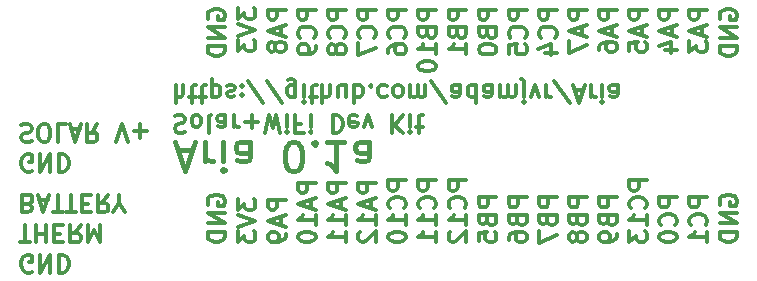
<source format=gbo>
G04 #@! TF.FileFunction,Legend,Bot*
%FSLAX46Y46*%
G04 Gerber Fmt 4.6, Leading zero omitted, Abs format (unit mm)*
G04 Created by KiCad (PCBNEW (2016-09-14 revision 83ed3c9)-makepkg) date 10/14/16 01:05:57*
%MOMM*%
%LPD*%
G01*
G04 APERTURE LIST*
%ADD10C,0.100000*%
%ADD11C,0.300000*%
%ADD12C,0.450000*%
G04 APERTURE END LIST*
D10*
D11*
X162354405Y-84246810D02*
X162568691Y-84175381D01*
X162925833Y-84175381D01*
X163068691Y-84246810D01*
X163140119Y-84318238D01*
X163211548Y-84461095D01*
X163211548Y-84603953D01*
X163140119Y-84746810D01*
X163068691Y-84818238D01*
X162925833Y-84889667D01*
X162640119Y-84961095D01*
X162497262Y-85032524D01*
X162425833Y-85103953D01*
X162354405Y-85246810D01*
X162354405Y-85389667D01*
X162425833Y-85532524D01*
X162497262Y-85603953D01*
X162640119Y-85675381D01*
X162997262Y-85675381D01*
X163211548Y-85603953D01*
X164068691Y-84175381D02*
X163925833Y-84246810D01*
X163854405Y-84318238D01*
X163782976Y-84461095D01*
X163782976Y-84889667D01*
X163854405Y-85032524D01*
X163925833Y-85103953D01*
X164068691Y-85175381D01*
X164282976Y-85175381D01*
X164425833Y-85103953D01*
X164497262Y-85032524D01*
X164568691Y-84889667D01*
X164568691Y-84461095D01*
X164497262Y-84318238D01*
X164425833Y-84246810D01*
X164282976Y-84175381D01*
X164068691Y-84175381D01*
X165425833Y-84175381D02*
X165282976Y-84246810D01*
X165211548Y-84389667D01*
X165211548Y-85675381D01*
X166640119Y-84175381D02*
X166640119Y-84961095D01*
X166568691Y-85103953D01*
X166425833Y-85175381D01*
X166140119Y-85175381D01*
X165997262Y-85103953D01*
X166640119Y-84246810D02*
X166497262Y-84175381D01*
X166140119Y-84175381D01*
X165997262Y-84246810D01*
X165925833Y-84389667D01*
X165925833Y-84532524D01*
X165997262Y-84675381D01*
X166140119Y-84746810D01*
X166497262Y-84746810D01*
X166640119Y-84818238D01*
X167354405Y-84175381D02*
X167354405Y-85175381D01*
X167354405Y-84889667D02*
X167425833Y-85032524D01*
X167497262Y-85103953D01*
X167640119Y-85175381D01*
X167782976Y-85175381D01*
X168282976Y-84746810D02*
X169425833Y-84746810D01*
X168854405Y-84175381D02*
X168854405Y-85318238D01*
X169997262Y-85675381D02*
X170354405Y-84175381D01*
X170640119Y-85246810D01*
X170925833Y-84175381D01*
X171282976Y-85675381D01*
X171854405Y-84175381D02*
X171854405Y-85175381D01*
X171854405Y-85675381D02*
X171782976Y-85603953D01*
X171854405Y-85532524D01*
X171925833Y-85603953D01*
X171854405Y-85675381D01*
X171854405Y-85532524D01*
X173068691Y-84961095D02*
X172568691Y-84961095D01*
X172568691Y-84175381D02*
X172568691Y-85675381D01*
X173282976Y-85675381D01*
X173854405Y-84175381D02*
X173854405Y-85175381D01*
X173854405Y-85675381D02*
X173782976Y-85603953D01*
X173854405Y-85532524D01*
X173925833Y-85603953D01*
X173854405Y-85675381D01*
X173854405Y-85532524D01*
X175711548Y-84175381D02*
X175711548Y-85675381D01*
X176068691Y-85675381D01*
X176282976Y-85603953D01*
X176425833Y-85461095D01*
X176497262Y-85318238D01*
X176568691Y-85032524D01*
X176568691Y-84818238D01*
X176497262Y-84532524D01*
X176425833Y-84389667D01*
X176282976Y-84246810D01*
X176068691Y-84175381D01*
X175711548Y-84175381D01*
X177782976Y-84246810D02*
X177640119Y-84175381D01*
X177354405Y-84175381D01*
X177211548Y-84246810D01*
X177140119Y-84389667D01*
X177140119Y-84961095D01*
X177211548Y-85103953D01*
X177354405Y-85175381D01*
X177640119Y-85175381D01*
X177782976Y-85103953D01*
X177854405Y-84961095D01*
X177854405Y-84818238D01*
X177140119Y-84675381D01*
X178354405Y-85175381D02*
X178711548Y-84175381D01*
X179068691Y-85175381D01*
X180782976Y-84175381D02*
X180782976Y-85675381D01*
X181640119Y-84175381D02*
X180997262Y-85032524D01*
X181640119Y-85675381D02*
X180782976Y-84818238D01*
X182282976Y-84175381D02*
X182282976Y-85175381D01*
X182282976Y-85675381D02*
X182211548Y-85603953D01*
X182282976Y-85532524D01*
X182354405Y-85603953D01*
X182282976Y-85675381D01*
X182282976Y-85532524D01*
X182782976Y-85175381D02*
X183354405Y-85175381D01*
X182997262Y-85675381D02*
X182997262Y-84389667D01*
X183068691Y-84246810D01*
X183211548Y-84175381D01*
X183354405Y-84175381D01*
X162425833Y-81625381D02*
X162425833Y-83125381D01*
X163068691Y-81625381D02*
X163068691Y-82411095D01*
X162997262Y-82553953D01*
X162854405Y-82625381D01*
X162640119Y-82625381D01*
X162497262Y-82553953D01*
X162425833Y-82482524D01*
X163568691Y-82625381D02*
X164140119Y-82625381D01*
X163782976Y-83125381D02*
X163782976Y-81839667D01*
X163854405Y-81696810D01*
X163997262Y-81625381D01*
X164140119Y-81625381D01*
X164425833Y-82625381D02*
X164997262Y-82625381D01*
X164640119Y-83125381D02*
X164640119Y-81839667D01*
X164711548Y-81696810D01*
X164854405Y-81625381D01*
X164997262Y-81625381D01*
X165497262Y-82625381D02*
X165497262Y-81125381D01*
X165497262Y-82553953D02*
X165640119Y-82625381D01*
X165925833Y-82625381D01*
X166068691Y-82553953D01*
X166140119Y-82482524D01*
X166211548Y-82339667D01*
X166211548Y-81911095D01*
X166140119Y-81768238D01*
X166068691Y-81696810D01*
X165925833Y-81625381D01*
X165640119Y-81625381D01*
X165497262Y-81696810D01*
X166782976Y-81696810D02*
X166925833Y-81625381D01*
X167211548Y-81625381D01*
X167354405Y-81696810D01*
X167425833Y-81839667D01*
X167425833Y-81911095D01*
X167354405Y-82053953D01*
X167211548Y-82125381D01*
X166997262Y-82125381D01*
X166854405Y-82196810D01*
X166782976Y-82339667D01*
X166782976Y-82411095D01*
X166854405Y-82553953D01*
X166997262Y-82625381D01*
X167211548Y-82625381D01*
X167354405Y-82553953D01*
X168068691Y-81768238D02*
X168140119Y-81696810D01*
X168068691Y-81625381D01*
X167997262Y-81696810D01*
X168068691Y-81768238D01*
X168068691Y-81625381D01*
X168068691Y-82553953D02*
X168140119Y-82482524D01*
X168068691Y-82411095D01*
X167997262Y-82482524D01*
X168068691Y-82553953D01*
X168068691Y-82411095D01*
X169854405Y-83196810D02*
X168568691Y-81268238D01*
X171425833Y-83196810D02*
X170140119Y-81268238D01*
X172568691Y-82625381D02*
X172568691Y-81411095D01*
X172497262Y-81268238D01*
X172425833Y-81196810D01*
X172282976Y-81125381D01*
X172068691Y-81125381D01*
X171925833Y-81196810D01*
X172568691Y-81696810D02*
X172425833Y-81625381D01*
X172140119Y-81625381D01*
X171997262Y-81696810D01*
X171925833Y-81768238D01*
X171854405Y-81911095D01*
X171854405Y-82339667D01*
X171925833Y-82482524D01*
X171997262Y-82553953D01*
X172140119Y-82625381D01*
X172425833Y-82625381D01*
X172568691Y-82553953D01*
X173282976Y-81625381D02*
X173282976Y-82625381D01*
X173282976Y-83125381D02*
X173211548Y-83053953D01*
X173282976Y-82982524D01*
X173354405Y-83053953D01*
X173282976Y-83125381D01*
X173282976Y-82982524D01*
X173782976Y-82625381D02*
X174354405Y-82625381D01*
X173997262Y-83125381D02*
X173997262Y-81839667D01*
X174068691Y-81696810D01*
X174211548Y-81625381D01*
X174354405Y-81625381D01*
X174854405Y-81625381D02*
X174854405Y-83125381D01*
X175497262Y-81625381D02*
X175497262Y-82411095D01*
X175425833Y-82553953D01*
X175282976Y-82625381D01*
X175068691Y-82625381D01*
X174925833Y-82553953D01*
X174854405Y-82482524D01*
X176854405Y-82625381D02*
X176854405Y-81625381D01*
X176211548Y-82625381D02*
X176211548Y-81839667D01*
X176282976Y-81696810D01*
X176425833Y-81625381D01*
X176640119Y-81625381D01*
X176782976Y-81696810D01*
X176854405Y-81768238D01*
X177568691Y-81625381D02*
X177568691Y-83125381D01*
X177568691Y-82553953D02*
X177711548Y-82625381D01*
X177997262Y-82625381D01*
X178140119Y-82553953D01*
X178211548Y-82482524D01*
X178282976Y-82339667D01*
X178282976Y-81911095D01*
X178211548Y-81768238D01*
X178140119Y-81696810D01*
X177997262Y-81625381D01*
X177711548Y-81625381D01*
X177568691Y-81696810D01*
X178925833Y-81768238D02*
X178997262Y-81696810D01*
X178925833Y-81625381D01*
X178854405Y-81696810D01*
X178925833Y-81768238D01*
X178925833Y-81625381D01*
X180282976Y-81696810D02*
X180140119Y-81625381D01*
X179854405Y-81625381D01*
X179711548Y-81696810D01*
X179640119Y-81768238D01*
X179568691Y-81911095D01*
X179568691Y-82339667D01*
X179640119Y-82482524D01*
X179711548Y-82553953D01*
X179854405Y-82625381D01*
X180140119Y-82625381D01*
X180282976Y-82553953D01*
X181140119Y-81625381D02*
X180997262Y-81696810D01*
X180925833Y-81768238D01*
X180854405Y-81911095D01*
X180854405Y-82339667D01*
X180925833Y-82482524D01*
X180997262Y-82553953D01*
X181140119Y-82625381D01*
X181354405Y-82625381D01*
X181497262Y-82553953D01*
X181568691Y-82482524D01*
X181640119Y-82339667D01*
X181640119Y-81911095D01*
X181568691Y-81768238D01*
X181497262Y-81696810D01*
X181354405Y-81625381D01*
X181140119Y-81625381D01*
X182282976Y-81625381D02*
X182282976Y-82625381D01*
X182282976Y-82482524D02*
X182354405Y-82553953D01*
X182497262Y-82625381D01*
X182711548Y-82625381D01*
X182854405Y-82553953D01*
X182925833Y-82411095D01*
X182925833Y-81625381D01*
X182925833Y-82411095D02*
X182997262Y-82553953D01*
X183140119Y-82625381D01*
X183354405Y-82625381D01*
X183497262Y-82553953D01*
X183568691Y-82411095D01*
X183568691Y-81625381D01*
X185354405Y-83196810D02*
X184068691Y-81268238D01*
X186497262Y-81625381D02*
X186497262Y-82411095D01*
X186425833Y-82553953D01*
X186282976Y-82625381D01*
X185997262Y-82625381D01*
X185854405Y-82553953D01*
X186497262Y-81696810D02*
X186354405Y-81625381D01*
X185997262Y-81625381D01*
X185854405Y-81696810D01*
X185782976Y-81839667D01*
X185782976Y-81982524D01*
X185854405Y-82125381D01*
X185997262Y-82196810D01*
X186354405Y-82196810D01*
X186497262Y-82268238D01*
X187854405Y-81625381D02*
X187854405Y-83125381D01*
X187854405Y-81696810D02*
X187711548Y-81625381D01*
X187425833Y-81625381D01*
X187282976Y-81696810D01*
X187211548Y-81768238D01*
X187140119Y-81911095D01*
X187140119Y-82339667D01*
X187211548Y-82482524D01*
X187282976Y-82553953D01*
X187425833Y-82625381D01*
X187711548Y-82625381D01*
X187854405Y-82553953D01*
X189211548Y-81625381D02*
X189211548Y-82411095D01*
X189140119Y-82553953D01*
X188997262Y-82625381D01*
X188711548Y-82625381D01*
X188568691Y-82553953D01*
X189211548Y-81696810D02*
X189068691Y-81625381D01*
X188711548Y-81625381D01*
X188568691Y-81696810D01*
X188497262Y-81839667D01*
X188497262Y-81982524D01*
X188568691Y-82125381D01*
X188711548Y-82196810D01*
X189068691Y-82196810D01*
X189211548Y-82268238D01*
X189925833Y-81625381D02*
X189925833Y-82625381D01*
X189925833Y-82482524D02*
X189997262Y-82553953D01*
X190140119Y-82625381D01*
X190354405Y-82625381D01*
X190497262Y-82553953D01*
X190568691Y-82411095D01*
X190568691Y-81625381D01*
X190568691Y-82411095D02*
X190640119Y-82553953D01*
X190782976Y-82625381D01*
X190997262Y-82625381D01*
X191140119Y-82553953D01*
X191211548Y-82411095D01*
X191211548Y-81625381D01*
X191925833Y-82625381D02*
X191925833Y-81339667D01*
X191854405Y-81196810D01*
X191711548Y-81125381D01*
X191640119Y-81125381D01*
X191925833Y-83125381D02*
X191854405Y-83053953D01*
X191925833Y-82982524D01*
X191997262Y-83053953D01*
X191925833Y-83125381D01*
X191925833Y-82982524D01*
X192497262Y-82625381D02*
X192854405Y-81625381D01*
X193211548Y-82625381D01*
X193782976Y-81625381D02*
X193782976Y-82625381D01*
X193782976Y-82339667D02*
X193854405Y-82482524D01*
X193925833Y-82553953D01*
X194068691Y-82625381D01*
X194211548Y-82625381D01*
X195782976Y-83196810D02*
X194497262Y-81268238D01*
X196211548Y-82053953D02*
X196925833Y-82053953D01*
X196068691Y-81625381D02*
X196568691Y-83125381D01*
X197068691Y-81625381D01*
X197568691Y-81625381D02*
X197568691Y-82625381D01*
X197568691Y-82339667D02*
X197640119Y-82482524D01*
X197711548Y-82553953D01*
X197854405Y-82625381D01*
X197997262Y-82625381D01*
X198497262Y-81625381D02*
X198497262Y-82625381D01*
X198497262Y-83125381D02*
X198425833Y-83053953D01*
X198497262Y-82982524D01*
X198568691Y-83053953D01*
X198497262Y-83125381D01*
X198497262Y-82982524D01*
X199854405Y-81625381D02*
X199854405Y-82411095D01*
X199782976Y-82553953D01*
X199640119Y-82625381D01*
X199354405Y-82625381D01*
X199211548Y-82553953D01*
X199854405Y-81696810D02*
X199711548Y-81625381D01*
X199354405Y-81625381D01*
X199211548Y-81696810D01*
X199140119Y-81839667D01*
X199140119Y-81982524D01*
X199211548Y-82125381D01*
X199354405Y-82196810D01*
X199711548Y-82196810D01*
X199854405Y-82268238D01*
D12*
X162642381Y-87162286D02*
X163832857Y-87162286D01*
X162404286Y-86448000D02*
X163237619Y-88948000D01*
X164070952Y-86448000D01*
X164904286Y-86448000D02*
X164904286Y-88114667D01*
X164904286Y-87638476D02*
X165023333Y-87876572D01*
X165142381Y-87995619D01*
X165380476Y-88114667D01*
X165618571Y-88114667D01*
X166451905Y-86448000D02*
X166451905Y-88114667D01*
X166451905Y-88948000D02*
X166332857Y-88828953D01*
X166451905Y-88709905D01*
X166570952Y-88828953D01*
X166451905Y-88948000D01*
X166451905Y-88709905D01*
X168713810Y-86448000D02*
X168713810Y-87757524D01*
X168594762Y-87995619D01*
X168356667Y-88114667D01*
X167880476Y-88114667D01*
X167642381Y-87995619D01*
X168713810Y-86567048D02*
X168475714Y-86448000D01*
X167880476Y-86448000D01*
X167642381Y-86567048D01*
X167523333Y-86805143D01*
X167523333Y-87043238D01*
X167642381Y-87281333D01*
X167880476Y-87400381D01*
X168475714Y-87400381D01*
X168713810Y-87519429D01*
X172285238Y-88948000D02*
X172523333Y-88948000D01*
X172761429Y-88828953D01*
X172880476Y-88709905D01*
X172999524Y-88471810D01*
X173118571Y-87995619D01*
X173118571Y-87400381D01*
X172999524Y-86924191D01*
X172880476Y-86686095D01*
X172761429Y-86567048D01*
X172523333Y-86448000D01*
X172285238Y-86448000D01*
X172047143Y-86567048D01*
X171928095Y-86686095D01*
X171809048Y-86924191D01*
X171690000Y-87400381D01*
X171690000Y-87995619D01*
X171809048Y-88471810D01*
X171928095Y-88709905D01*
X172047143Y-88828953D01*
X172285238Y-88948000D01*
X174190000Y-86686095D02*
X174309048Y-86567048D01*
X174190000Y-86448000D01*
X174070952Y-86567048D01*
X174190000Y-86686095D01*
X174190000Y-86448000D01*
X176690000Y-86448000D02*
X175261429Y-86448000D01*
X175975714Y-86448000D02*
X175975714Y-88948000D01*
X175737619Y-88590857D01*
X175499524Y-88352762D01*
X175261429Y-88233714D01*
X178832857Y-86448000D02*
X178832857Y-87757524D01*
X178713810Y-87995619D01*
X178475714Y-88114667D01*
X177999524Y-88114667D01*
X177761429Y-87995619D01*
X178832857Y-86567048D02*
X178594762Y-86448000D01*
X177999524Y-86448000D01*
X177761429Y-86567048D01*
X177642381Y-86805143D01*
X177642381Y-87043238D01*
X177761429Y-87281333D01*
X177999524Y-87400381D01*
X178594762Y-87400381D01*
X178832857Y-87519429D01*
D11*
X150231548Y-88928953D02*
X150088691Y-89000381D01*
X149874405Y-89000381D01*
X149660119Y-88928953D01*
X149517262Y-88786095D01*
X149445833Y-88643238D01*
X149374405Y-88357524D01*
X149374405Y-88143238D01*
X149445833Y-87857524D01*
X149517262Y-87714667D01*
X149660119Y-87571810D01*
X149874405Y-87500381D01*
X150017262Y-87500381D01*
X150231548Y-87571810D01*
X150302976Y-87643238D01*
X150302976Y-88143238D01*
X150017262Y-88143238D01*
X150945833Y-87500381D02*
X150945833Y-89000381D01*
X151802976Y-87500381D01*
X151802976Y-89000381D01*
X152517262Y-87500381D02*
X152517262Y-89000381D01*
X152874405Y-89000381D01*
X153088691Y-88928953D01*
X153231548Y-88786095D01*
X153302976Y-88643238D01*
X153374405Y-88357524D01*
X153374405Y-88143238D01*
X153302976Y-87857524D01*
X153231548Y-87714667D01*
X153088691Y-87571810D01*
X152874405Y-87500381D01*
X152517262Y-87500381D01*
X149374405Y-85021810D02*
X149588691Y-84950381D01*
X149945833Y-84950381D01*
X150088691Y-85021810D01*
X150160119Y-85093238D01*
X150231548Y-85236095D01*
X150231548Y-85378953D01*
X150160119Y-85521810D01*
X150088691Y-85593238D01*
X149945833Y-85664667D01*
X149660119Y-85736095D01*
X149517262Y-85807524D01*
X149445833Y-85878953D01*
X149374405Y-86021810D01*
X149374405Y-86164667D01*
X149445833Y-86307524D01*
X149517262Y-86378953D01*
X149660119Y-86450381D01*
X150017262Y-86450381D01*
X150231548Y-86378953D01*
X151160119Y-86450381D02*
X151445833Y-86450381D01*
X151588691Y-86378953D01*
X151731548Y-86236095D01*
X151802976Y-85950381D01*
X151802976Y-85450381D01*
X151731548Y-85164667D01*
X151588691Y-85021810D01*
X151445833Y-84950381D01*
X151160119Y-84950381D01*
X151017262Y-85021810D01*
X150874405Y-85164667D01*
X150802976Y-85450381D01*
X150802976Y-85950381D01*
X150874405Y-86236095D01*
X151017262Y-86378953D01*
X151160119Y-86450381D01*
X153160119Y-84950381D02*
X152445833Y-84950381D01*
X152445833Y-86450381D01*
X153588691Y-85378953D02*
X154302976Y-85378953D01*
X153445833Y-84950381D02*
X153945833Y-86450381D01*
X154445833Y-84950381D01*
X155802976Y-84950381D02*
X155302976Y-85664667D01*
X154945833Y-84950381D02*
X154945833Y-86450381D01*
X155517262Y-86450381D01*
X155660119Y-86378953D01*
X155731548Y-86307524D01*
X155802976Y-86164667D01*
X155802976Y-85950381D01*
X155731548Y-85807524D01*
X155660119Y-85736095D01*
X155517262Y-85664667D01*
X154945833Y-85664667D01*
X157374405Y-86450381D02*
X157874405Y-84950381D01*
X158374405Y-86450381D01*
X158874405Y-85521810D02*
X160017262Y-85521810D01*
X159445833Y-84950381D02*
X159445833Y-86093238D01*
X150231548Y-97442953D02*
X150088691Y-97514381D01*
X149874405Y-97514381D01*
X149660119Y-97442953D01*
X149517262Y-97300095D01*
X149445833Y-97157238D01*
X149374405Y-96871524D01*
X149374405Y-96657238D01*
X149445833Y-96371524D01*
X149517262Y-96228667D01*
X149660119Y-96085810D01*
X149874405Y-96014381D01*
X150017262Y-96014381D01*
X150231548Y-96085810D01*
X150302976Y-96157238D01*
X150302976Y-96657238D01*
X150017262Y-96657238D01*
X150945833Y-96014381D02*
X150945833Y-97514381D01*
X151802976Y-96014381D01*
X151802976Y-97514381D01*
X152517262Y-96014381D02*
X152517262Y-97514381D01*
X152874405Y-97514381D01*
X153088691Y-97442953D01*
X153231548Y-97300095D01*
X153302976Y-97157238D01*
X153374405Y-96871524D01*
X153374405Y-96657238D01*
X153302976Y-96371524D01*
X153231548Y-96228667D01*
X153088691Y-96085810D01*
X152874405Y-96014381D01*
X152517262Y-96014381D01*
X149231548Y-94964381D02*
X150088691Y-94964381D01*
X149660119Y-93464381D02*
X149660119Y-94964381D01*
X150588691Y-93464381D02*
X150588691Y-94964381D01*
X150588691Y-94250095D02*
X151445833Y-94250095D01*
X151445833Y-93464381D02*
X151445833Y-94964381D01*
X152160119Y-94250095D02*
X152660119Y-94250095D01*
X152874405Y-93464381D02*
X152160119Y-93464381D01*
X152160119Y-94964381D01*
X152874405Y-94964381D01*
X154374405Y-93464381D02*
X153874405Y-94178667D01*
X153517262Y-93464381D02*
X153517262Y-94964381D01*
X154088691Y-94964381D01*
X154231548Y-94892953D01*
X154302976Y-94821524D01*
X154374405Y-94678667D01*
X154374405Y-94464381D01*
X154302976Y-94321524D01*
X154231548Y-94250095D01*
X154088691Y-94178667D01*
X153517262Y-94178667D01*
X155017262Y-93464381D02*
X155017262Y-94964381D01*
X155517262Y-93892953D01*
X156017262Y-94964381D01*
X156017262Y-93464381D01*
X149945833Y-91700095D02*
X150160119Y-91628667D01*
X150231548Y-91557238D01*
X150302976Y-91414381D01*
X150302976Y-91200095D01*
X150231548Y-91057238D01*
X150160119Y-90985810D01*
X150017262Y-90914381D01*
X149445833Y-90914381D01*
X149445833Y-92414381D01*
X149945833Y-92414381D01*
X150088691Y-92342953D01*
X150160119Y-92271524D01*
X150231548Y-92128667D01*
X150231548Y-91985810D01*
X150160119Y-91842953D01*
X150088691Y-91771524D01*
X149945833Y-91700095D01*
X149445833Y-91700095D01*
X150874405Y-91342953D02*
X151588691Y-91342953D01*
X150731548Y-90914381D02*
X151231548Y-92414381D01*
X151731548Y-90914381D01*
X152017262Y-92414381D02*
X152874405Y-92414381D01*
X152445833Y-90914381D02*
X152445833Y-92414381D01*
X153160119Y-92414381D02*
X154017262Y-92414381D01*
X153588691Y-90914381D02*
X153588691Y-92414381D01*
X154517262Y-91700095D02*
X155017262Y-91700095D01*
X155231548Y-90914381D02*
X154517262Y-90914381D01*
X154517262Y-92414381D01*
X155231548Y-92414381D01*
X156731548Y-90914381D02*
X156231548Y-91628667D01*
X155874405Y-90914381D02*
X155874405Y-92414381D01*
X156445833Y-92414381D01*
X156588691Y-92342953D01*
X156660119Y-92271524D01*
X156731548Y-92128667D01*
X156731548Y-91914381D01*
X156660119Y-91771524D01*
X156588691Y-91700095D01*
X156445833Y-91628667D01*
X155874405Y-91628667D01*
X157660119Y-91628667D02*
X157660119Y-90914381D01*
X157160119Y-92414381D02*
X157660119Y-91628667D01*
X158160119Y-92414381D01*
X165203691Y-91789381D02*
X165132262Y-91646524D01*
X165132262Y-91432238D01*
X165203691Y-91217953D01*
X165346548Y-91075095D01*
X165489405Y-91003667D01*
X165775119Y-90932238D01*
X165989405Y-90932238D01*
X166275119Y-91003667D01*
X166417976Y-91075095D01*
X166560833Y-91217953D01*
X166632262Y-91432238D01*
X166632262Y-91575095D01*
X166560833Y-91789381D01*
X166489405Y-91860810D01*
X165989405Y-91860810D01*
X165989405Y-91575095D01*
X166632262Y-92503667D02*
X165132262Y-92503667D01*
X166632262Y-93360810D01*
X165132262Y-93360810D01*
X166632262Y-94075095D02*
X165132262Y-94075095D01*
X165132262Y-94432238D01*
X165203691Y-94646524D01*
X165346548Y-94789381D01*
X165489405Y-94860810D01*
X165775119Y-94932238D01*
X165989405Y-94932238D01*
X166275119Y-94860810D01*
X166417976Y-94789381D01*
X166560833Y-94646524D01*
X166632262Y-94432238D01*
X166632262Y-94075095D01*
X167682262Y-91289381D02*
X167682262Y-92217953D01*
X168253691Y-91717953D01*
X168253691Y-91932238D01*
X168325119Y-92075095D01*
X168396548Y-92146524D01*
X168539405Y-92217953D01*
X168896548Y-92217953D01*
X169039405Y-92146524D01*
X169110833Y-92075095D01*
X169182262Y-91932238D01*
X169182262Y-91503667D01*
X169110833Y-91360810D01*
X169039405Y-91289381D01*
X167682262Y-92646524D02*
X169182262Y-93146524D01*
X167682262Y-93646524D01*
X167682262Y-94003667D02*
X167682262Y-94932238D01*
X168253691Y-94432238D01*
X168253691Y-94646524D01*
X168325119Y-94789381D01*
X168396548Y-94860810D01*
X168539405Y-94932238D01*
X168896548Y-94932238D01*
X169039405Y-94860810D01*
X169110833Y-94789381D01*
X169182262Y-94646524D01*
X169182262Y-94217953D01*
X169110833Y-94075095D01*
X169039405Y-94003667D01*
X171732262Y-91360810D02*
X170232262Y-91360810D01*
X170232262Y-91932238D01*
X170303691Y-92075095D01*
X170375119Y-92146524D01*
X170517976Y-92217953D01*
X170732262Y-92217953D01*
X170875119Y-92146524D01*
X170946548Y-92075095D01*
X171017976Y-91932238D01*
X171017976Y-91360810D01*
X171303691Y-92789381D02*
X171303691Y-93503667D01*
X171732262Y-92646524D02*
X170232262Y-93146524D01*
X171732262Y-93646524D01*
X171732262Y-94217953D02*
X171732262Y-94503667D01*
X171660833Y-94646524D01*
X171589405Y-94717953D01*
X171375119Y-94860810D01*
X171089405Y-94932238D01*
X170517976Y-94932238D01*
X170375119Y-94860810D01*
X170303691Y-94789381D01*
X170232262Y-94646524D01*
X170232262Y-94360810D01*
X170303691Y-94217953D01*
X170375119Y-94146524D01*
X170517976Y-94075095D01*
X170875119Y-94075095D01*
X171017976Y-94146524D01*
X171089405Y-94217953D01*
X171160833Y-94360810D01*
X171160833Y-94646524D01*
X171089405Y-94789381D01*
X171017976Y-94860810D01*
X170875119Y-94932238D01*
X174282262Y-89932238D02*
X172782262Y-89932238D01*
X172782262Y-90503667D01*
X172853691Y-90646524D01*
X172925119Y-90717953D01*
X173067976Y-90789381D01*
X173282262Y-90789381D01*
X173425119Y-90717953D01*
X173496548Y-90646524D01*
X173567976Y-90503667D01*
X173567976Y-89932238D01*
X173853691Y-91360810D02*
X173853691Y-92075095D01*
X174282262Y-91217953D02*
X172782262Y-91717953D01*
X174282262Y-92217953D01*
X174282262Y-93503667D02*
X174282262Y-92646524D01*
X174282262Y-93075095D02*
X172782262Y-93075095D01*
X172996548Y-92932238D01*
X173139405Y-92789381D01*
X173210833Y-92646524D01*
X172782262Y-94432238D02*
X172782262Y-94575095D01*
X172853691Y-94717953D01*
X172925119Y-94789381D01*
X173067976Y-94860810D01*
X173353691Y-94932238D01*
X173710833Y-94932238D01*
X173996548Y-94860810D01*
X174139405Y-94789381D01*
X174210833Y-94717953D01*
X174282262Y-94575095D01*
X174282262Y-94432238D01*
X174210833Y-94289381D01*
X174139405Y-94217953D01*
X173996548Y-94146524D01*
X173710833Y-94075095D01*
X173353691Y-94075095D01*
X173067976Y-94146524D01*
X172925119Y-94217953D01*
X172853691Y-94289381D01*
X172782262Y-94432238D01*
X176832262Y-89932238D02*
X175332262Y-89932238D01*
X175332262Y-90503667D01*
X175403691Y-90646524D01*
X175475119Y-90717953D01*
X175617976Y-90789381D01*
X175832262Y-90789381D01*
X175975119Y-90717953D01*
X176046548Y-90646524D01*
X176117976Y-90503667D01*
X176117976Y-89932238D01*
X176403691Y-91360810D02*
X176403691Y-92075095D01*
X176832262Y-91217953D02*
X175332262Y-91717953D01*
X176832262Y-92217953D01*
X176832262Y-93503667D02*
X176832262Y-92646524D01*
X176832262Y-93075095D02*
X175332262Y-93075095D01*
X175546548Y-92932238D01*
X175689405Y-92789381D01*
X175760833Y-92646524D01*
X176832262Y-94932238D02*
X176832262Y-94075095D01*
X176832262Y-94503667D02*
X175332262Y-94503667D01*
X175546548Y-94360810D01*
X175689405Y-94217953D01*
X175760833Y-94075095D01*
X179382262Y-89932238D02*
X177882262Y-89932238D01*
X177882262Y-90503667D01*
X177953691Y-90646524D01*
X178025119Y-90717953D01*
X178167976Y-90789381D01*
X178382262Y-90789381D01*
X178525119Y-90717953D01*
X178596548Y-90646524D01*
X178667976Y-90503667D01*
X178667976Y-89932238D01*
X178953691Y-91360810D02*
X178953691Y-92075095D01*
X179382262Y-91217953D02*
X177882262Y-91717953D01*
X179382262Y-92217953D01*
X179382262Y-93503667D02*
X179382262Y-92646524D01*
X179382262Y-93075095D02*
X177882262Y-93075095D01*
X178096548Y-92932238D01*
X178239405Y-92789381D01*
X178310833Y-92646524D01*
X178025119Y-94075095D02*
X177953691Y-94146524D01*
X177882262Y-94289381D01*
X177882262Y-94646524D01*
X177953691Y-94789381D01*
X178025119Y-94860810D01*
X178167976Y-94932238D01*
X178310833Y-94932238D01*
X178525119Y-94860810D01*
X179382262Y-94003667D01*
X179382262Y-94932238D01*
X181932262Y-89717953D02*
X180432262Y-89717953D01*
X180432262Y-90289381D01*
X180503691Y-90432238D01*
X180575119Y-90503667D01*
X180717976Y-90575095D01*
X180932262Y-90575095D01*
X181075119Y-90503667D01*
X181146548Y-90432238D01*
X181217976Y-90289381D01*
X181217976Y-89717953D01*
X181789405Y-92075095D02*
X181860833Y-92003667D01*
X181932262Y-91789381D01*
X181932262Y-91646524D01*
X181860833Y-91432238D01*
X181717976Y-91289381D01*
X181575119Y-91217953D01*
X181289405Y-91146524D01*
X181075119Y-91146524D01*
X180789405Y-91217953D01*
X180646548Y-91289381D01*
X180503691Y-91432238D01*
X180432262Y-91646524D01*
X180432262Y-91789381D01*
X180503691Y-92003667D01*
X180575119Y-92075095D01*
X181932262Y-93503667D02*
X181932262Y-92646524D01*
X181932262Y-93075095D02*
X180432262Y-93075095D01*
X180646548Y-92932238D01*
X180789405Y-92789381D01*
X180860833Y-92646524D01*
X180432262Y-94432238D02*
X180432262Y-94575095D01*
X180503691Y-94717953D01*
X180575119Y-94789381D01*
X180717976Y-94860810D01*
X181003691Y-94932238D01*
X181360833Y-94932238D01*
X181646548Y-94860810D01*
X181789405Y-94789381D01*
X181860833Y-94717953D01*
X181932262Y-94575095D01*
X181932262Y-94432238D01*
X181860833Y-94289381D01*
X181789405Y-94217953D01*
X181646548Y-94146524D01*
X181360833Y-94075095D01*
X181003691Y-94075095D01*
X180717976Y-94146524D01*
X180575119Y-94217953D01*
X180503691Y-94289381D01*
X180432262Y-94432238D01*
X184482262Y-89717953D02*
X182982262Y-89717953D01*
X182982262Y-90289381D01*
X183053691Y-90432238D01*
X183125119Y-90503667D01*
X183267976Y-90575095D01*
X183482262Y-90575095D01*
X183625119Y-90503667D01*
X183696548Y-90432238D01*
X183767976Y-90289381D01*
X183767976Y-89717953D01*
X184339405Y-92075095D02*
X184410833Y-92003667D01*
X184482262Y-91789381D01*
X184482262Y-91646524D01*
X184410833Y-91432238D01*
X184267976Y-91289381D01*
X184125119Y-91217953D01*
X183839405Y-91146524D01*
X183625119Y-91146524D01*
X183339405Y-91217953D01*
X183196548Y-91289381D01*
X183053691Y-91432238D01*
X182982262Y-91646524D01*
X182982262Y-91789381D01*
X183053691Y-92003667D01*
X183125119Y-92075095D01*
X184482262Y-93503667D02*
X184482262Y-92646524D01*
X184482262Y-93075095D02*
X182982262Y-93075095D01*
X183196548Y-92932238D01*
X183339405Y-92789381D01*
X183410833Y-92646524D01*
X184482262Y-94932238D02*
X184482262Y-94075095D01*
X184482262Y-94503667D02*
X182982262Y-94503667D01*
X183196548Y-94360810D01*
X183339405Y-94217953D01*
X183410833Y-94075095D01*
X187032262Y-89717953D02*
X185532262Y-89717953D01*
X185532262Y-90289381D01*
X185603691Y-90432238D01*
X185675119Y-90503667D01*
X185817976Y-90575095D01*
X186032262Y-90575095D01*
X186175119Y-90503667D01*
X186246548Y-90432238D01*
X186317976Y-90289381D01*
X186317976Y-89717953D01*
X186889405Y-92075095D02*
X186960833Y-92003667D01*
X187032262Y-91789381D01*
X187032262Y-91646524D01*
X186960833Y-91432238D01*
X186817976Y-91289381D01*
X186675119Y-91217953D01*
X186389405Y-91146524D01*
X186175119Y-91146524D01*
X185889405Y-91217953D01*
X185746548Y-91289381D01*
X185603691Y-91432238D01*
X185532262Y-91646524D01*
X185532262Y-91789381D01*
X185603691Y-92003667D01*
X185675119Y-92075095D01*
X187032262Y-93503667D02*
X187032262Y-92646524D01*
X187032262Y-93075095D02*
X185532262Y-93075095D01*
X185746548Y-92932238D01*
X185889405Y-92789381D01*
X185960833Y-92646524D01*
X185675119Y-94075095D02*
X185603691Y-94146524D01*
X185532262Y-94289381D01*
X185532262Y-94646524D01*
X185603691Y-94789381D01*
X185675119Y-94860810D01*
X185817976Y-94932238D01*
X185960833Y-94932238D01*
X186175119Y-94860810D01*
X187032262Y-94003667D01*
X187032262Y-94932238D01*
X189582262Y-91146524D02*
X188082262Y-91146524D01*
X188082262Y-91717953D01*
X188153691Y-91860810D01*
X188225119Y-91932238D01*
X188367976Y-92003667D01*
X188582262Y-92003667D01*
X188725119Y-91932238D01*
X188796548Y-91860810D01*
X188867976Y-91717953D01*
X188867976Y-91146524D01*
X188796548Y-93146524D02*
X188867976Y-93360810D01*
X188939405Y-93432238D01*
X189082262Y-93503667D01*
X189296548Y-93503667D01*
X189439405Y-93432238D01*
X189510833Y-93360810D01*
X189582262Y-93217953D01*
X189582262Y-92646524D01*
X188082262Y-92646524D01*
X188082262Y-93146524D01*
X188153691Y-93289381D01*
X188225119Y-93360810D01*
X188367976Y-93432238D01*
X188510833Y-93432238D01*
X188653691Y-93360810D01*
X188725119Y-93289381D01*
X188796548Y-93146524D01*
X188796548Y-92646524D01*
X188082262Y-94860810D02*
X188082262Y-94146524D01*
X188796548Y-94075095D01*
X188725119Y-94146524D01*
X188653691Y-94289381D01*
X188653691Y-94646524D01*
X188725119Y-94789381D01*
X188796548Y-94860810D01*
X188939405Y-94932238D01*
X189296548Y-94932238D01*
X189439405Y-94860810D01*
X189510833Y-94789381D01*
X189582262Y-94646524D01*
X189582262Y-94289381D01*
X189510833Y-94146524D01*
X189439405Y-94075095D01*
X192132262Y-91146524D02*
X190632262Y-91146524D01*
X190632262Y-91717953D01*
X190703691Y-91860810D01*
X190775119Y-91932238D01*
X190917976Y-92003667D01*
X191132262Y-92003667D01*
X191275119Y-91932238D01*
X191346548Y-91860810D01*
X191417976Y-91717953D01*
X191417976Y-91146524D01*
X191346548Y-93146524D02*
X191417976Y-93360810D01*
X191489405Y-93432238D01*
X191632262Y-93503667D01*
X191846548Y-93503667D01*
X191989405Y-93432238D01*
X192060833Y-93360810D01*
X192132262Y-93217953D01*
X192132262Y-92646524D01*
X190632262Y-92646524D01*
X190632262Y-93146524D01*
X190703691Y-93289381D01*
X190775119Y-93360810D01*
X190917976Y-93432238D01*
X191060833Y-93432238D01*
X191203691Y-93360810D01*
X191275119Y-93289381D01*
X191346548Y-93146524D01*
X191346548Y-92646524D01*
X190632262Y-94789381D02*
X190632262Y-94503667D01*
X190703691Y-94360810D01*
X190775119Y-94289381D01*
X190989405Y-94146524D01*
X191275119Y-94075095D01*
X191846548Y-94075095D01*
X191989405Y-94146524D01*
X192060833Y-94217953D01*
X192132262Y-94360810D01*
X192132262Y-94646524D01*
X192060833Y-94789381D01*
X191989405Y-94860810D01*
X191846548Y-94932238D01*
X191489405Y-94932238D01*
X191346548Y-94860810D01*
X191275119Y-94789381D01*
X191203691Y-94646524D01*
X191203691Y-94360810D01*
X191275119Y-94217953D01*
X191346548Y-94146524D01*
X191489405Y-94075095D01*
X194682262Y-91146524D02*
X193182262Y-91146524D01*
X193182262Y-91717953D01*
X193253691Y-91860810D01*
X193325119Y-91932238D01*
X193467976Y-92003667D01*
X193682262Y-92003667D01*
X193825119Y-91932238D01*
X193896548Y-91860810D01*
X193967976Y-91717953D01*
X193967976Y-91146524D01*
X193896548Y-93146524D02*
X193967976Y-93360810D01*
X194039405Y-93432238D01*
X194182262Y-93503667D01*
X194396548Y-93503667D01*
X194539405Y-93432238D01*
X194610833Y-93360810D01*
X194682262Y-93217953D01*
X194682262Y-92646524D01*
X193182262Y-92646524D01*
X193182262Y-93146524D01*
X193253691Y-93289381D01*
X193325119Y-93360810D01*
X193467976Y-93432238D01*
X193610833Y-93432238D01*
X193753691Y-93360810D01*
X193825119Y-93289381D01*
X193896548Y-93146524D01*
X193896548Y-92646524D01*
X193182262Y-94003667D02*
X193182262Y-95003667D01*
X194682262Y-94360810D01*
X197232262Y-91146524D02*
X195732262Y-91146524D01*
X195732262Y-91717953D01*
X195803691Y-91860810D01*
X195875119Y-91932238D01*
X196017976Y-92003667D01*
X196232262Y-92003667D01*
X196375119Y-91932238D01*
X196446548Y-91860810D01*
X196517976Y-91717953D01*
X196517976Y-91146524D01*
X196446548Y-93146524D02*
X196517976Y-93360810D01*
X196589405Y-93432238D01*
X196732262Y-93503667D01*
X196946548Y-93503667D01*
X197089405Y-93432238D01*
X197160833Y-93360810D01*
X197232262Y-93217953D01*
X197232262Y-92646524D01*
X195732262Y-92646524D01*
X195732262Y-93146524D01*
X195803691Y-93289381D01*
X195875119Y-93360810D01*
X196017976Y-93432238D01*
X196160833Y-93432238D01*
X196303691Y-93360810D01*
X196375119Y-93289381D01*
X196446548Y-93146524D01*
X196446548Y-92646524D01*
X196375119Y-94360810D02*
X196303691Y-94217953D01*
X196232262Y-94146524D01*
X196089405Y-94075095D01*
X196017976Y-94075095D01*
X195875119Y-94146524D01*
X195803691Y-94217953D01*
X195732262Y-94360810D01*
X195732262Y-94646524D01*
X195803691Y-94789381D01*
X195875119Y-94860810D01*
X196017976Y-94932238D01*
X196089405Y-94932238D01*
X196232262Y-94860810D01*
X196303691Y-94789381D01*
X196375119Y-94646524D01*
X196375119Y-94360810D01*
X196446548Y-94217953D01*
X196517976Y-94146524D01*
X196660833Y-94075095D01*
X196946548Y-94075095D01*
X197089405Y-94146524D01*
X197160833Y-94217953D01*
X197232262Y-94360810D01*
X197232262Y-94646524D01*
X197160833Y-94789381D01*
X197089405Y-94860810D01*
X196946548Y-94932238D01*
X196660833Y-94932238D01*
X196517976Y-94860810D01*
X196446548Y-94789381D01*
X196375119Y-94646524D01*
X199782262Y-91146524D02*
X198282262Y-91146524D01*
X198282262Y-91717953D01*
X198353691Y-91860810D01*
X198425119Y-91932238D01*
X198567976Y-92003667D01*
X198782262Y-92003667D01*
X198925119Y-91932238D01*
X198996548Y-91860810D01*
X199067976Y-91717953D01*
X199067976Y-91146524D01*
X198996548Y-93146524D02*
X199067976Y-93360810D01*
X199139405Y-93432238D01*
X199282262Y-93503667D01*
X199496548Y-93503667D01*
X199639405Y-93432238D01*
X199710833Y-93360810D01*
X199782262Y-93217953D01*
X199782262Y-92646524D01*
X198282262Y-92646524D01*
X198282262Y-93146524D01*
X198353691Y-93289381D01*
X198425119Y-93360810D01*
X198567976Y-93432238D01*
X198710833Y-93432238D01*
X198853691Y-93360810D01*
X198925119Y-93289381D01*
X198996548Y-93146524D01*
X198996548Y-92646524D01*
X199782262Y-94217953D02*
X199782262Y-94503667D01*
X199710833Y-94646524D01*
X199639405Y-94717953D01*
X199425119Y-94860810D01*
X199139405Y-94932238D01*
X198567976Y-94932238D01*
X198425119Y-94860810D01*
X198353691Y-94789381D01*
X198282262Y-94646524D01*
X198282262Y-94360810D01*
X198353691Y-94217953D01*
X198425119Y-94146524D01*
X198567976Y-94075095D01*
X198925119Y-94075095D01*
X199067976Y-94146524D01*
X199139405Y-94217953D01*
X199210833Y-94360810D01*
X199210833Y-94646524D01*
X199139405Y-94789381D01*
X199067976Y-94860810D01*
X198925119Y-94932238D01*
X202332262Y-89717953D02*
X200832262Y-89717953D01*
X200832262Y-90289381D01*
X200903691Y-90432238D01*
X200975119Y-90503667D01*
X201117976Y-90575095D01*
X201332262Y-90575095D01*
X201475119Y-90503667D01*
X201546548Y-90432238D01*
X201617976Y-90289381D01*
X201617976Y-89717953D01*
X202189405Y-92075095D02*
X202260833Y-92003667D01*
X202332262Y-91789381D01*
X202332262Y-91646524D01*
X202260833Y-91432238D01*
X202117976Y-91289381D01*
X201975119Y-91217953D01*
X201689405Y-91146524D01*
X201475119Y-91146524D01*
X201189405Y-91217953D01*
X201046548Y-91289381D01*
X200903691Y-91432238D01*
X200832262Y-91646524D01*
X200832262Y-91789381D01*
X200903691Y-92003667D01*
X200975119Y-92075095D01*
X202332262Y-93503667D02*
X202332262Y-92646524D01*
X202332262Y-93075095D02*
X200832262Y-93075095D01*
X201046548Y-92932238D01*
X201189405Y-92789381D01*
X201260833Y-92646524D01*
X200832262Y-94003667D02*
X200832262Y-94932238D01*
X201403691Y-94432238D01*
X201403691Y-94646524D01*
X201475119Y-94789381D01*
X201546548Y-94860810D01*
X201689405Y-94932238D01*
X202046548Y-94932238D01*
X202189405Y-94860810D01*
X202260833Y-94789381D01*
X202332262Y-94646524D01*
X202332262Y-94217953D01*
X202260833Y-94075095D01*
X202189405Y-94003667D01*
X204882262Y-91146524D02*
X203382262Y-91146524D01*
X203382262Y-91717953D01*
X203453691Y-91860810D01*
X203525119Y-91932238D01*
X203667976Y-92003667D01*
X203882262Y-92003667D01*
X204025119Y-91932238D01*
X204096548Y-91860810D01*
X204167976Y-91717953D01*
X204167976Y-91146524D01*
X204739405Y-93503667D02*
X204810833Y-93432238D01*
X204882262Y-93217953D01*
X204882262Y-93075095D01*
X204810833Y-92860810D01*
X204667976Y-92717953D01*
X204525119Y-92646524D01*
X204239405Y-92575095D01*
X204025119Y-92575095D01*
X203739405Y-92646524D01*
X203596548Y-92717953D01*
X203453691Y-92860810D01*
X203382262Y-93075095D01*
X203382262Y-93217953D01*
X203453691Y-93432238D01*
X203525119Y-93503667D01*
X203382262Y-94432238D02*
X203382262Y-94575095D01*
X203453691Y-94717953D01*
X203525119Y-94789381D01*
X203667976Y-94860810D01*
X203953691Y-94932238D01*
X204310833Y-94932238D01*
X204596548Y-94860810D01*
X204739405Y-94789381D01*
X204810833Y-94717953D01*
X204882262Y-94575095D01*
X204882262Y-94432238D01*
X204810833Y-94289381D01*
X204739405Y-94217953D01*
X204596548Y-94146524D01*
X204310833Y-94075095D01*
X203953691Y-94075095D01*
X203667976Y-94146524D01*
X203525119Y-94217953D01*
X203453691Y-94289381D01*
X203382262Y-94432238D01*
X207432262Y-91146524D02*
X205932262Y-91146524D01*
X205932262Y-91717953D01*
X206003691Y-91860810D01*
X206075119Y-91932238D01*
X206217976Y-92003667D01*
X206432262Y-92003667D01*
X206575119Y-91932238D01*
X206646548Y-91860810D01*
X206717976Y-91717953D01*
X206717976Y-91146524D01*
X207289405Y-93503667D02*
X207360833Y-93432238D01*
X207432262Y-93217953D01*
X207432262Y-93075095D01*
X207360833Y-92860810D01*
X207217976Y-92717953D01*
X207075119Y-92646524D01*
X206789405Y-92575095D01*
X206575119Y-92575095D01*
X206289405Y-92646524D01*
X206146548Y-92717953D01*
X206003691Y-92860810D01*
X205932262Y-93075095D01*
X205932262Y-93217953D01*
X206003691Y-93432238D01*
X206075119Y-93503667D01*
X207432262Y-94932238D02*
X207432262Y-94075095D01*
X207432262Y-94503667D02*
X205932262Y-94503667D01*
X206146548Y-94360810D01*
X206289405Y-94217953D01*
X206360833Y-94075095D01*
X208553691Y-91789381D02*
X208482262Y-91646524D01*
X208482262Y-91432238D01*
X208553691Y-91217953D01*
X208696548Y-91075095D01*
X208839405Y-91003667D01*
X209125119Y-90932238D01*
X209339405Y-90932238D01*
X209625119Y-91003667D01*
X209767976Y-91075095D01*
X209910833Y-91217953D01*
X209982262Y-91432238D01*
X209982262Y-91575095D01*
X209910833Y-91789381D01*
X209839405Y-91860810D01*
X209339405Y-91860810D01*
X209339405Y-91575095D01*
X209982262Y-92503667D02*
X208482262Y-92503667D01*
X209982262Y-93360810D01*
X208482262Y-93360810D01*
X209982262Y-94075095D02*
X208482262Y-94075095D01*
X208482262Y-94432238D01*
X208553691Y-94646524D01*
X208696548Y-94789381D01*
X208839405Y-94860810D01*
X209125119Y-94932238D01*
X209339405Y-94932238D01*
X209625119Y-94860810D01*
X209767976Y-94789381D01*
X209910833Y-94646524D01*
X209982262Y-94432238D01*
X209982262Y-94075095D01*
X165203691Y-76049810D02*
X165132262Y-75906953D01*
X165132262Y-75692667D01*
X165203691Y-75478381D01*
X165346548Y-75335524D01*
X165489405Y-75264095D01*
X165775119Y-75192667D01*
X165989405Y-75192667D01*
X166275119Y-75264095D01*
X166417976Y-75335524D01*
X166560833Y-75478381D01*
X166632262Y-75692667D01*
X166632262Y-75835524D01*
X166560833Y-76049810D01*
X166489405Y-76121238D01*
X165989405Y-76121238D01*
X165989405Y-75835524D01*
X166632262Y-76764095D02*
X165132262Y-76764095D01*
X166632262Y-77621238D01*
X165132262Y-77621238D01*
X166632262Y-78335524D02*
X165132262Y-78335524D01*
X165132262Y-78692667D01*
X165203691Y-78906953D01*
X165346548Y-79049810D01*
X165489405Y-79121238D01*
X165775119Y-79192667D01*
X165989405Y-79192667D01*
X166275119Y-79121238D01*
X166417976Y-79049810D01*
X166560833Y-78906953D01*
X166632262Y-78692667D01*
X166632262Y-78335524D01*
X167682262Y-75121238D02*
X167682262Y-76049810D01*
X168253691Y-75549810D01*
X168253691Y-75764095D01*
X168325119Y-75906953D01*
X168396548Y-75978381D01*
X168539405Y-76049810D01*
X168896548Y-76049810D01*
X169039405Y-75978381D01*
X169110833Y-75906953D01*
X169182262Y-75764095D01*
X169182262Y-75335524D01*
X169110833Y-75192667D01*
X169039405Y-75121238D01*
X167682262Y-76478381D02*
X169182262Y-76978381D01*
X167682262Y-77478381D01*
X167682262Y-77835524D02*
X167682262Y-78764095D01*
X168253691Y-78264095D01*
X168253691Y-78478381D01*
X168325119Y-78621238D01*
X168396548Y-78692667D01*
X168539405Y-78764095D01*
X168896548Y-78764095D01*
X169039405Y-78692667D01*
X169110833Y-78621238D01*
X169182262Y-78478381D01*
X169182262Y-78049810D01*
X169110833Y-77906953D01*
X169039405Y-77835524D01*
X171732262Y-75264095D02*
X170232262Y-75264095D01*
X170232262Y-75835524D01*
X170303691Y-75978381D01*
X170375119Y-76049810D01*
X170517976Y-76121238D01*
X170732262Y-76121238D01*
X170875119Y-76049810D01*
X170946548Y-75978381D01*
X171017976Y-75835524D01*
X171017976Y-75264095D01*
X171303691Y-76692667D02*
X171303691Y-77406953D01*
X171732262Y-76549810D02*
X170232262Y-77049810D01*
X171732262Y-77549810D01*
X170875119Y-78264095D02*
X170803691Y-78121238D01*
X170732262Y-78049810D01*
X170589405Y-77978381D01*
X170517976Y-77978381D01*
X170375119Y-78049810D01*
X170303691Y-78121238D01*
X170232262Y-78264095D01*
X170232262Y-78549810D01*
X170303691Y-78692667D01*
X170375119Y-78764095D01*
X170517976Y-78835524D01*
X170589405Y-78835524D01*
X170732262Y-78764095D01*
X170803691Y-78692667D01*
X170875119Y-78549810D01*
X170875119Y-78264095D01*
X170946548Y-78121238D01*
X171017976Y-78049810D01*
X171160833Y-77978381D01*
X171446548Y-77978381D01*
X171589405Y-78049810D01*
X171660833Y-78121238D01*
X171732262Y-78264095D01*
X171732262Y-78549810D01*
X171660833Y-78692667D01*
X171589405Y-78764095D01*
X171446548Y-78835524D01*
X171160833Y-78835524D01*
X171017976Y-78764095D01*
X170946548Y-78692667D01*
X170875119Y-78549810D01*
X174282262Y-75264095D02*
X172782262Y-75264095D01*
X172782262Y-75835524D01*
X172853691Y-75978381D01*
X172925119Y-76049810D01*
X173067976Y-76121238D01*
X173282262Y-76121238D01*
X173425119Y-76049810D01*
X173496548Y-75978381D01*
X173567976Y-75835524D01*
X173567976Y-75264095D01*
X174139405Y-77621238D02*
X174210833Y-77549810D01*
X174282262Y-77335524D01*
X174282262Y-77192667D01*
X174210833Y-76978381D01*
X174067976Y-76835524D01*
X173925119Y-76764095D01*
X173639405Y-76692667D01*
X173425119Y-76692667D01*
X173139405Y-76764095D01*
X172996548Y-76835524D01*
X172853691Y-76978381D01*
X172782262Y-77192667D01*
X172782262Y-77335524D01*
X172853691Y-77549810D01*
X172925119Y-77621238D01*
X174282262Y-78335524D02*
X174282262Y-78621238D01*
X174210833Y-78764095D01*
X174139405Y-78835524D01*
X173925119Y-78978381D01*
X173639405Y-79049810D01*
X173067976Y-79049810D01*
X172925119Y-78978381D01*
X172853691Y-78906953D01*
X172782262Y-78764095D01*
X172782262Y-78478381D01*
X172853691Y-78335524D01*
X172925119Y-78264095D01*
X173067976Y-78192667D01*
X173425119Y-78192667D01*
X173567976Y-78264095D01*
X173639405Y-78335524D01*
X173710833Y-78478381D01*
X173710833Y-78764095D01*
X173639405Y-78906953D01*
X173567976Y-78978381D01*
X173425119Y-79049810D01*
X176832262Y-75264095D02*
X175332262Y-75264095D01*
X175332262Y-75835524D01*
X175403691Y-75978381D01*
X175475119Y-76049810D01*
X175617976Y-76121238D01*
X175832262Y-76121238D01*
X175975119Y-76049810D01*
X176046548Y-75978381D01*
X176117976Y-75835524D01*
X176117976Y-75264095D01*
X176689405Y-77621238D02*
X176760833Y-77549810D01*
X176832262Y-77335524D01*
X176832262Y-77192667D01*
X176760833Y-76978381D01*
X176617976Y-76835524D01*
X176475119Y-76764095D01*
X176189405Y-76692667D01*
X175975119Y-76692667D01*
X175689405Y-76764095D01*
X175546548Y-76835524D01*
X175403691Y-76978381D01*
X175332262Y-77192667D01*
X175332262Y-77335524D01*
X175403691Y-77549810D01*
X175475119Y-77621238D01*
X175975119Y-78478381D02*
X175903691Y-78335524D01*
X175832262Y-78264095D01*
X175689405Y-78192667D01*
X175617976Y-78192667D01*
X175475119Y-78264095D01*
X175403691Y-78335524D01*
X175332262Y-78478381D01*
X175332262Y-78764095D01*
X175403691Y-78906953D01*
X175475119Y-78978381D01*
X175617976Y-79049810D01*
X175689405Y-79049810D01*
X175832262Y-78978381D01*
X175903691Y-78906953D01*
X175975119Y-78764095D01*
X175975119Y-78478381D01*
X176046548Y-78335524D01*
X176117976Y-78264095D01*
X176260833Y-78192667D01*
X176546548Y-78192667D01*
X176689405Y-78264095D01*
X176760833Y-78335524D01*
X176832262Y-78478381D01*
X176832262Y-78764095D01*
X176760833Y-78906953D01*
X176689405Y-78978381D01*
X176546548Y-79049810D01*
X176260833Y-79049810D01*
X176117976Y-78978381D01*
X176046548Y-78906953D01*
X175975119Y-78764095D01*
X179382262Y-75264095D02*
X177882262Y-75264095D01*
X177882262Y-75835524D01*
X177953691Y-75978381D01*
X178025119Y-76049810D01*
X178167976Y-76121238D01*
X178382262Y-76121238D01*
X178525119Y-76049810D01*
X178596548Y-75978381D01*
X178667976Y-75835524D01*
X178667976Y-75264095D01*
X179239405Y-77621238D02*
X179310833Y-77549810D01*
X179382262Y-77335524D01*
X179382262Y-77192667D01*
X179310833Y-76978381D01*
X179167976Y-76835524D01*
X179025119Y-76764095D01*
X178739405Y-76692667D01*
X178525119Y-76692667D01*
X178239405Y-76764095D01*
X178096548Y-76835524D01*
X177953691Y-76978381D01*
X177882262Y-77192667D01*
X177882262Y-77335524D01*
X177953691Y-77549810D01*
X178025119Y-77621238D01*
X177882262Y-78121238D02*
X177882262Y-79121238D01*
X179382262Y-78478381D01*
X181932262Y-75264095D02*
X180432262Y-75264095D01*
X180432262Y-75835524D01*
X180503691Y-75978381D01*
X180575119Y-76049810D01*
X180717976Y-76121238D01*
X180932262Y-76121238D01*
X181075119Y-76049810D01*
X181146548Y-75978381D01*
X181217976Y-75835524D01*
X181217976Y-75264095D01*
X181789405Y-77621238D02*
X181860833Y-77549810D01*
X181932262Y-77335524D01*
X181932262Y-77192667D01*
X181860833Y-76978381D01*
X181717976Y-76835524D01*
X181575119Y-76764095D01*
X181289405Y-76692667D01*
X181075119Y-76692667D01*
X180789405Y-76764095D01*
X180646548Y-76835524D01*
X180503691Y-76978381D01*
X180432262Y-77192667D01*
X180432262Y-77335524D01*
X180503691Y-77549810D01*
X180575119Y-77621238D01*
X180432262Y-78906953D02*
X180432262Y-78621238D01*
X180503691Y-78478381D01*
X180575119Y-78406953D01*
X180789405Y-78264095D01*
X181075119Y-78192667D01*
X181646548Y-78192667D01*
X181789405Y-78264095D01*
X181860833Y-78335524D01*
X181932262Y-78478381D01*
X181932262Y-78764095D01*
X181860833Y-78906953D01*
X181789405Y-78978381D01*
X181646548Y-79049810D01*
X181289405Y-79049810D01*
X181146548Y-78978381D01*
X181075119Y-78906953D01*
X181003691Y-78764095D01*
X181003691Y-78478381D01*
X181075119Y-78335524D01*
X181146548Y-78264095D01*
X181289405Y-78192667D01*
X184482262Y-75264095D02*
X182982262Y-75264095D01*
X182982262Y-75835524D01*
X183053691Y-75978381D01*
X183125119Y-76049810D01*
X183267976Y-76121238D01*
X183482262Y-76121238D01*
X183625119Y-76049810D01*
X183696548Y-75978381D01*
X183767976Y-75835524D01*
X183767976Y-75264095D01*
X183696548Y-77264095D02*
X183767976Y-77478381D01*
X183839405Y-77549810D01*
X183982262Y-77621238D01*
X184196548Y-77621238D01*
X184339405Y-77549810D01*
X184410833Y-77478381D01*
X184482262Y-77335524D01*
X184482262Y-76764095D01*
X182982262Y-76764095D01*
X182982262Y-77264095D01*
X183053691Y-77406953D01*
X183125119Y-77478381D01*
X183267976Y-77549810D01*
X183410833Y-77549810D01*
X183553691Y-77478381D01*
X183625119Y-77406953D01*
X183696548Y-77264095D01*
X183696548Y-76764095D01*
X184482262Y-79049810D02*
X184482262Y-78192667D01*
X184482262Y-78621238D02*
X182982262Y-78621238D01*
X183196548Y-78478381D01*
X183339405Y-78335524D01*
X183410833Y-78192667D01*
X182982262Y-79978381D02*
X182982262Y-80121238D01*
X183053691Y-80264095D01*
X183125119Y-80335524D01*
X183267976Y-80406953D01*
X183553691Y-80478381D01*
X183910833Y-80478381D01*
X184196548Y-80406953D01*
X184339405Y-80335524D01*
X184410833Y-80264095D01*
X184482262Y-80121238D01*
X184482262Y-79978381D01*
X184410833Y-79835524D01*
X184339405Y-79764095D01*
X184196548Y-79692667D01*
X183910833Y-79621238D01*
X183553691Y-79621238D01*
X183267976Y-79692667D01*
X183125119Y-79764095D01*
X183053691Y-79835524D01*
X182982262Y-79978381D01*
X187032262Y-75264095D02*
X185532262Y-75264095D01*
X185532262Y-75835524D01*
X185603691Y-75978381D01*
X185675119Y-76049810D01*
X185817976Y-76121238D01*
X186032262Y-76121238D01*
X186175119Y-76049810D01*
X186246548Y-75978381D01*
X186317976Y-75835524D01*
X186317976Y-75264095D01*
X186246548Y-77264095D02*
X186317976Y-77478381D01*
X186389405Y-77549810D01*
X186532262Y-77621238D01*
X186746548Y-77621238D01*
X186889405Y-77549810D01*
X186960833Y-77478381D01*
X187032262Y-77335524D01*
X187032262Y-76764095D01*
X185532262Y-76764095D01*
X185532262Y-77264095D01*
X185603691Y-77406953D01*
X185675119Y-77478381D01*
X185817976Y-77549810D01*
X185960833Y-77549810D01*
X186103691Y-77478381D01*
X186175119Y-77406953D01*
X186246548Y-77264095D01*
X186246548Y-76764095D01*
X187032262Y-79049810D02*
X187032262Y-78192667D01*
X187032262Y-78621238D02*
X185532262Y-78621238D01*
X185746548Y-78478381D01*
X185889405Y-78335524D01*
X185960833Y-78192667D01*
X189582262Y-75264095D02*
X188082262Y-75264095D01*
X188082262Y-75835524D01*
X188153691Y-75978381D01*
X188225119Y-76049810D01*
X188367976Y-76121238D01*
X188582262Y-76121238D01*
X188725119Y-76049810D01*
X188796548Y-75978381D01*
X188867976Y-75835524D01*
X188867976Y-75264095D01*
X188796548Y-77264095D02*
X188867976Y-77478381D01*
X188939405Y-77549810D01*
X189082262Y-77621238D01*
X189296548Y-77621238D01*
X189439405Y-77549810D01*
X189510833Y-77478381D01*
X189582262Y-77335524D01*
X189582262Y-76764095D01*
X188082262Y-76764095D01*
X188082262Y-77264095D01*
X188153691Y-77406953D01*
X188225119Y-77478381D01*
X188367976Y-77549810D01*
X188510833Y-77549810D01*
X188653691Y-77478381D01*
X188725119Y-77406953D01*
X188796548Y-77264095D01*
X188796548Y-76764095D01*
X188082262Y-78549810D02*
X188082262Y-78692667D01*
X188153691Y-78835524D01*
X188225119Y-78906953D01*
X188367976Y-78978381D01*
X188653691Y-79049810D01*
X189010833Y-79049810D01*
X189296548Y-78978381D01*
X189439405Y-78906953D01*
X189510833Y-78835524D01*
X189582262Y-78692667D01*
X189582262Y-78549810D01*
X189510833Y-78406953D01*
X189439405Y-78335524D01*
X189296548Y-78264095D01*
X189010833Y-78192667D01*
X188653691Y-78192667D01*
X188367976Y-78264095D01*
X188225119Y-78335524D01*
X188153691Y-78406953D01*
X188082262Y-78549810D01*
X192132262Y-75264095D02*
X190632262Y-75264095D01*
X190632262Y-75835524D01*
X190703691Y-75978381D01*
X190775119Y-76049810D01*
X190917976Y-76121238D01*
X191132262Y-76121238D01*
X191275119Y-76049810D01*
X191346548Y-75978381D01*
X191417976Y-75835524D01*
X191417976Y-75264095D01*
X191989405Y-77621238D02*
X192060833Y-77549810D01*
X192132262Y-77335524D01*
X192132262Y-77192667D01*
X192060833Y-76978381D01*
X191917976Y-76835524D01*
X191775119Y-76764095D01*
X191489405Y-76692667D01*
X191275119Y-76692667D01*
X190989405Y-76764095D01*
X190846548Y-76835524D01*
X190703691Y-76978381D01*
X190632262Y-77192667D01*
X190632262Y-77335524D01*
X190703691Y-77549810D01*
X190775119Y-77621238D01*
X190632262Y-78978381D02*
X190632262Y-78264095D01*
X191346548Y-78192667D01*
X191275119Y-78264095D01*
X191203691Y-78406953D01*
X191203691Y-78764095D01*
X191275119Y-78906953D01*
X191346548Y-78978381D01*
X191489405Y-79049810D01*
X191846548Y-79049810D01*
X191989405Y-78978381D01*
X192060833Y-78906953D01*
X192132262Y-78764095D01*
X192132262Y-78406953D01*
X192060833Y-78264095D01*
X191989405Y-78192667D01*
X194682262Y-75264095D02*
X193182262Y-75264095D01*
X193182262Y-75835524D01*
X193253691Y-75978381D01*
X193325119Y-76049810D01*
X193467976Y-76121238D01*
X193682262Y-76121238D01*
X193825119Y-76049810D01*
X193896548Y-75978381D01*
X193967976Y-75835524D01*
X193967976Y-75264095D01*
X194539405Y-77621238D02*
X194610833Y-77549810D01*
X194682262Y-77335524D01*
X194682262Y-77192667D01*
X194610833Y-76978381D01*
X194467976Y-76835524D01*
X194325119Y-76764095D01*
X194039405Y-76692667D01*
X193825119Y-76692667D01*
X193539405Y-76764095D01*
X193396548Y-76835524D01*
X193253691Y-76978381D01*
X193182262Y-77192667D01*
X193182262Y-77335524D01*
X193253691Y-77549810D01*
X193325119Y-77621238D01*
X193682262Y-78906953D02*
X194682262Y-78906953D01*
X193110833Y-78549810D02*
X194182262Y-78192667D01*
X194182262Y-79121238D01*
X197232262Y-75264095D02*
X195732262Y-75264095D01*
X195732262Y-75835524D01*
X195803691Y-75978381D01*
X195875119Y-76049810D01*
X196017976Y-76121238D01*
X196232262Y-76121238D01*
X196375119Y-76049810D01*
X196446548Y-75978381D01*
X196517976Y-75835524D01*
X196517976Y-75264095D01*
X196803691Y-76692667D02*
X196803691Y-77406953D01*
X197232262Y-76549810D02*
X195732262Y-77049810D01*
X197232262Y-77549810D01*
X195732262Y-77906953D02*
X195732262Y-78906953D01*
X197232262Y-78264095D01*
X199782262Y-75264095D02*
X198282262Y-75264095D01*
X198282262Y-75835524D01*
X198353691Y-75978381D01*
X198425119Y-76049810D01*
X198567976Y-76121238D01*
X198782262Y-76121238D01*
X198925119Y-76049810D01*
X198996548Y-75978381D01*
X199067976Y-75835524D01*
X199067976Y-75264095D01*
X199353691Y-76692667D02*
X199353691Y-77406953D01*
X199782262Y-76549810D02*
X198282262Y-77049810D01*
X199782262Y-77549810D01*
X198282262Y-78692667D02*
X198282262Y-78406953D01*
X198353691Y-78264095D01*
X198425119Y-78192667D01*
X198639405Y-78049810D01*
X198925119Y-77978381D01*
X199496548Y-77978381D01*
X199639405Y-78049810D01*
X199710833Y-78121238D01*
X199782262Y-78264095D01*
X199782262Y-78549810D01*
X199710833Y-78692667D01*
X199639405Y-78764095D01*
X199496548Y-78835524D01*
X199139405Y-78835524D01*
X198996548Y-78764095D01*
X198925119Y-78692667D01*
X198853691Y-78549810D01*
X198853691Y-78264095D01*
X198925119Y-78121238D01*
X198996548Y-78049810D01*
X199139405Y-77978381D01*
X202332262Y-75264095D02*
X200832262Y-75264095D01*
X200832262Y-75835524D01*
X200903691Y-75978381D01*
X200975119Y-76049810D01*
X201117976Y-76121238D01*
X201332262Y-76121238D01*
X201475119Y-76049810D01*
X201546548Y-75978381D01*
X201617976Y-75835524D01*
X201617976Y-75264095D01*
X201903691Y-76692667D02*
X201903691Y-77406953D01*
X202332262Y-76549810D02*
X200832262Y-77049810D01*
X202332262Y-77549810D01*
X200832262Y-78764095D02*
X200832262Y-78049810D01*
X201546548Y-77978381D01*
X201475119Y-78049810D01*
X201403691Y-78192667D01*
X201403691Y-78549810D01*
X201475119Y-78692667D01*
X201546548Y-78764095D01*
X201689405Y-78835524D01*
X202046548Y-78835524D01*
X202189405Y-78764095D01*
X202260833Y-78692667D01*
X202332262Y-78549810D01*
X202332262Y-78192667D01*
X202260833Y-78049810D01*
X202189405Y-77978381D01*
X204882262Y-75264095D02*
X203382262Y-75264095D01*
X203382262Y-75835524D01*
X203453691Y-75978381D01*
X203525119Y-76049810D01*
X203667976Y-76121238D01*
X203882262Y-76121238D01*
X204025119Y-76049810D01*
X204096548Y-75978381D01*
X204167976Y-75835524D01*
X204167976Y-75264095D01*
X204453691Y-76692667D02*
X204453691Y-77406953D01*
X204882262Y-76549810D02*
X203382262Y-77049810D01*
X204882262Y-77549810D01*
X203882262Y-78692667D02*
X204882262Y-78692667D01*
X203310833Y-78335524D02*
X204382262Y-77978381D01*
X204382262Y-78906953D01*
X207432262Y-75264095D02*
X205932262Y-75264095D01*
X205932262Y-75835524D01*
X206003691Y-75978381D01*
X206075119Y-76049810D01*
X206217976Y-76121238D01*
X206432262Y-76121238D01*
X206575119Y-76049810D01*
X206646548Y-75978381D01*
X206717976Y-75835524D01*
X206717976Y-75264095D01*
X207003691Y-76692667D02*
X207003691Y-77406953D01*
X207432262Y-76549810D02*
X205932262Y-77049810D01*
X207432262Y-77549810D01*
X205932262Y-77906953D02*
X205932262Y-78835524D01*
X206503691Y-78335524D01*
X206503691Y-78549810D01*
X206575119Y-78692667D01*
X206646548Y-78764095D01*
X206789405Y-78835524D01*
X207146548Y-78835524D01*
X207289405Y-78764095D01*
X207360833Y-78692667D01*
X207432262Y-78549810D01*
X207432262Y-78121238D01*
X207360833Y-77978381D01*
X207289405Y-77906953D01*
X208553691Y-76049810D02*
X208482262Y-75906953D01*
X208482262Y-75692667D01*
X208553691Y-75478381D01*
X208696548Y-75335524D01*
X208839405Y-75264095D01*
X209125119Y-75192667D01*
X209339405Y-75192667D01*
X209625119Y-75264095D01*
X209767976Y-75335524D01*
X209910833Y-75478381D01*
X209982262Y-75692667D01*
X209982262Y-75835524D01*
X209910833Y-76049810D01*
X209839405Y-76121238D01*
X209339405Y-76121238D01*
X209339405Y-75835524D01*
X209982262Y-76764095D02*
X208482262Y-76764095D01*
X209982262Y-77621238D01*
X208482262Y-77621238D01*
X209982262Y-78335524D02*
X208482262Y-78335524D01*
X208482262Y-78692667D01*
X208553691Y-78906953D01*
X208696548Y-79049810D01*
X208839405Y-79121238D01*
X209125119Y-79192667D01*
X209339405Y-79192667D01*
X209625119Y-79121238D01*
X209767976Y-79049810D01*
X209910833Y-78906953D01*
X209982262Y-78692667D01*
X209982262Y-78335524D01*
M02*

</source>
